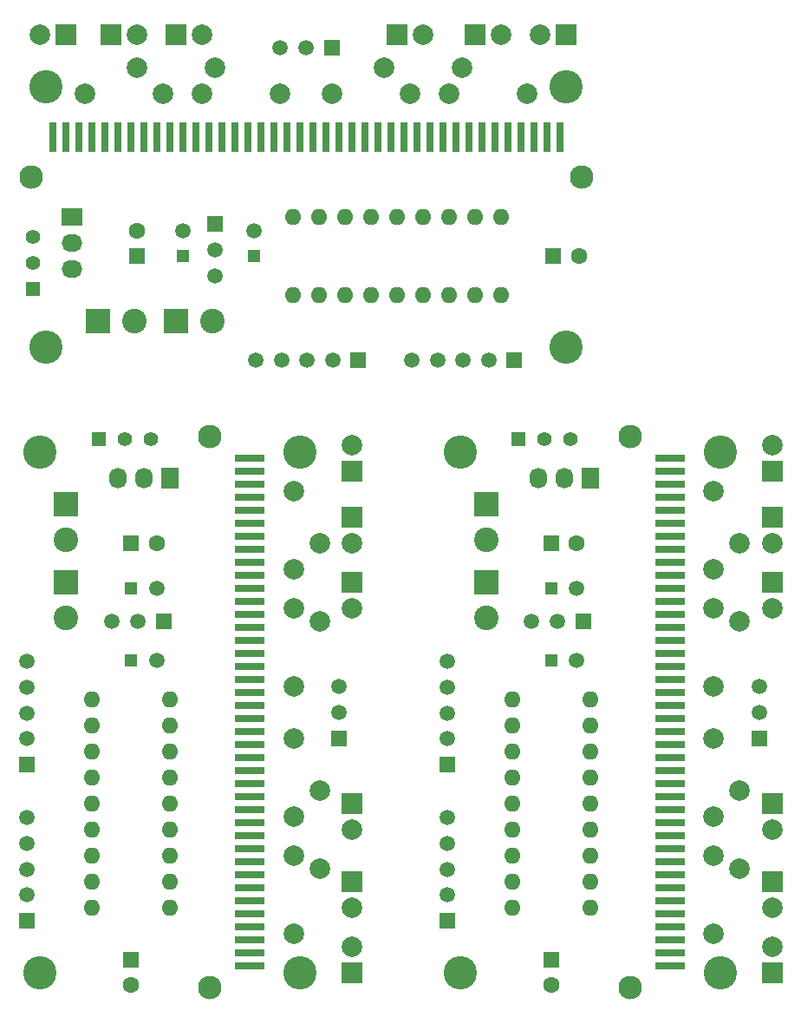
<source format=gts>
%MOIN*%
%OFA0B0*%
%FSLAX46Y46*%
%IPPOS*%
%LPD*%
%ADD10C,0.0039370078740157488*%
%ADD11C,0.07874015748031496*%
%ADD12R,0.07874015748031496X0.07874015748031496*%
%ADD13R,0.055000000000000007X0.055000000000000007*%
%ADD14C,0.055000000000000007*%
%ADD15C,0.12795275590551181*%
%ADD16R,0.062992125984251982X0.062992125984251982*%
%ADD17C,0.062992125984251982*%
%ADD18R,0.051181102362204731X0.051181102362204731*%
%ADD19C,0.059055118110236227*%
%ADD20O,0.062992125984251982X0.062992125984251982*%
%ADD21R,0.068X0.08*%
%ADD22O,0.068X0.08*%
%ADD23C,0.094488188976377951*%
%ADD24R,0.094488188976377951X0.094488188976377951*%
%ADD25C,0.059842519685039376*%
%ADD26R,0.059842519685039376X0.059842519685039376*%
%ADD27R,0.059055118110236227X0.059055118110236227*%
%ADD28C,0.0905511811023622*%
%ADD29R,0.1141732283464567X0.031496062992125991*%
%ADD40C,0.0039370078740157488*%
%ADD41C,0.07874015748031496*%
%ADD42R,0.07874015748031496X0.07874015748031496*%
%ADD43R,0.055000000000000007X0.055000000000000007*%
%ADD44C,0.055000000000000007*%
%ADD45C,0.12795275590551181*%
%ADD46R,0.062992125984251982X0.062992125984251982*%
%ADD47C,0.062992125984251982*%
%ADD48R,0.051181102362204731X0.051181102362204731*%
%ADD49C,0.059055118110236227*%
%ADD50O,0.062992125984251982X0.062992125984251982*%
%ADD51R,0.08X0.068*%
%ADD52O,0.08X0.068*%
%ADD53C,0.094488188976377951*%
%ADD54R,0.094488188976377951X0.094488188976377951*%
%ADD55C,0.059842519685039376*%
%ADD56R,0.059842519685039376X0.059842519685039376*%
%ADD57R,0.059055118110236227X0.059055118110236227*%
%ADD58C,0.0905511811023622*%
%ADD59R,0.031496062992125991X0.1141732283464567*%
%ADD60C,0.0039370078740157488*%
%ADD61C,0.07874015748031496*%
%ADD62R,0.07874015748031496X0.07874015748031496*%
%ADD63R,0.055000000000000007X0.055000000000000007*%
%ADD64C,0.055000000000000007*%
%ADD65C,0.12795275590551181*%
%ADD66R,0.062992125984251982X0.062992125984251982*%
%ADD67C,0.062992125984251982*%
%ADD68R,0.051181102362204731X0.051181102362204731*%
%ADD69C,0.059055118110236227*%
%ADD70O,0.062992125984251982X0.062992125984251982*%
%ADD71R,0.068X0.08*%
%ADD72O,0.068X0.08*%
%ADD73C,0.094488188976377951*%
%ADD74R,0.094488188976377951X0.094488188976377951*%
%ADD75C,0.059842519685039376*%
%ADD76R,0.059842519685039376X0.059842519685039376*%
%ADD77R,0.059055118110236227X0.059055118110236227*%
%ADD78C,0.0905511811023622*%
%ADD79R,0.1141732283464567X0.031496062992125991*%
G01*
D10*
D11*
X-0004799999Y0004650000D02*
X0001350000Y0000250000D03*
D12*
X0001350000Y0000150000D03*
D11*
X0001350000Y0002175000D03*
D12*
X0001350000Y0002075000D03*
D11*
X0001350000Y0001800000D03*
D12*
X0001350000Y0001900000D03*
D13*
X0000375000Y0002200000D03*
D14*
X0000475000Y0002200000D03*
X0000575000Y0002200000D03*
D15*
X0001150000Y0000150000D03*
D11*
X0001350000Y0000700000D03*
D12*
X0001350000Y0000800000D03*
D16*
X0000500000Y0001800000D03*
D17*
X0000598425Y0001800000D03*
D18*
X0000500000Y0001625000D03*
D19*
X0000598425Y0001625000D03*
D20*
X0000650000Y0000400000D03*
X0000650000Y0000500000D03*
X0000650000Y0000600000D03*
X0000650000Y0000700000D03*
X0000650000Y0000800000D03*
X0000650000Y0000900000D03*
X0000650000Y0001000000D03*
X0000650000Y0001100000D03*
X0000650000Y0001200000D03*
X0000350000Y0001200000D03*
X0000350000Y0001100000D03*
X0000350000Y0001000000D03*
X0000350000Y0000900000D03*
X0000350000Y0000800000D03*
X0000350000Y0000700000D03*
X0000350000Y0000600000D03*
X0000350000Y0000500000D03*
X0000350000Y0000400000D03*
D15*
X0000150000Y0000150000D03*
X0001150000Y0002150000D03*
X0000150000Y0002150000D03*
D17*
X0000500000Y0000101574D03*
D16*
X0000500000Y0000200000D03*
D21*
X0000650000Y0002050000D03*
D22*
X0000550000Y0002050000D03*
X0000450000Y0002050000D03*
D23*
X0000250000Y0001812204D03*
D24*
X0000250000Y0001950000D03*
D23*
X0000250000Y0001512204D03*
D24*
X0000250000Y0001650000D03*
D11*
X0001350000Y0001550000D03*
D12*
X0001350000Y0001650000D03*
D18*
X0000500000Y0001350000D03*
D19*
X0000598425Y0001350000D03*
D11*
X0001350000Y0000400000D03*
D12*
X0001350000Y0000500000D03*
D25*
X0000525000Y0001500000D03*
X0000425000Y0001500000D03*
D26*
X0000625000Y0001500000D03*
D27*
X0000100000Y0000350000D03*
D19*
X0000100000Y0000448425D03*
X0000100000Y0000546850D03*
X0000100000Y0000645275D03*
X0000100000Y0000743700D03*
D27*
X0000100000Y0000950000D03*
D19*
X0000100000Y0001048425D03*
X0000100000Y0001146850D03*
X0000100000Y0001245275D03*
X0000100000Y0001343700D03*
D25*
X0001300000Y0001150000D03*
X0001300000Y0001250000D03*
D26*
X0001300000Y0001050000D03*
D11*
X0001125000Y0000600000D03*
X0001125000Y0000300000D03*
X0001125000Y0002000000D03*
X0001125000Y0001700000D03*
X0001225000Y0001500000D03*
X0001225000Y0001800000D03*
X0001125000Y0000750000D03*
X0001125000Y0001050000D03*
X0001125000Y0001250000D03*
X0001125000Y0001550000D03*
X0001225000Y0000850000D03*
X0001225000Y0000550000D03*
D28*
X0000802755Y0002209055D03*
D29*
X0000956299Y0000175000D03*
X0000956299Y0000275000D03*
X0000956299Y0000375000D03*
X0000956299Y0000475000D03*
X0000956299Y0000575000D03*
X0000956299Y0000675000D03*
X0000956299Y0000775000D03*
X0000956299Y0000875000D03*
X0000956299Y0000975000D03*
X0000956299Y0001075000D03*
X0000956299Y0001175000D03*
X0000956299Y0001275000D03*
X0000956299Y0001375000D03*
X0000956299Y0001475000D03*
X0000956299Y0001575000D03*
X0000956299Y0001675000D03*
X0000956299Y0001775000D03*
X0000956299Y0001875000D03*
X0000956299Y0001975000D03*
X0000956299Y0002075000D03*
X0000956299Y0000225000D03*
X0000956299Y0000325000D03*
X0000956299Y0000425000D03*
X0000956299Y0000525000D03*
X0000956299Y0000625000D03*
X0000956299Y0000725000D03*
X0000956299Y0000825000D03*
X0000956299Y0000925000D03*
X0000956299Y0001025000D03*
X0000956299Y0001125000D03*
X0000956299Y0001225000D03*
X0000956299Y0001325000D03*
X0000956299Y0001425000D03*
X0000956299Y0001525000D03*
X0000956299Y0001625000D03*
X0000956299Y0001725000D03*
X0000956299Y0001825000D03*
X0000956299Y0001925000D03*
X0000956299Y0002025000D03*
X0000956299Y0002125000D03*
D28*
X0000802755Y0000090944D03*
G04 next file*
G04 #@! TF.FileFunction,Soldermask,Top*
G04 Gerber Fmt 4.6, Leading zero omitted, Abs format (unit mm)*
G04 Created by KiCad (PCBNEW 4.0.7) date 08/30/19 18:56:12*
G01*
G04 APERTURE LIST*
G04 APERTURE END LIST*
D40*
D41*
X-0002327165Y-0002398425D02*
X0002072834Y0003751574D03*
D42*
X0002172834Y0003751574D03*
D41*
X0000147834Y0003751574D03*
D42*
X0000247834Y0003751574D03*
D41*
X0000522834Y0003751574D03*
D42*
X0000422834Y0003751574D03*
D43*
X0000122834Y0002776574D03*
D44*
X0000122834Y0002876574D03*
X0000122834Y0002976574D03*
D45*
X0002172834Y0003551574D03*
D41*
X0001622834Y0003751574D03*
D42*
X0001522834Y0003751574D03*
D46*
X0000522834Y0002901574D03*
D47*
X0000522834Y0003000000D03*
D48*
X0000697834Y0002901574D03*
D49*
X0000697834Y0003000000D03*
D50*
X0001922834Y0003051574D03*
X0001822834Y0003051574D03*
X0001722834Y0003051574D03*
X0001622834Y0003051574D03*
X0001522834Y0003051574D03*
X0001422834Y0003051574D03*
X0001322834Y0003051574D03*
X0001222834Y0003051574D03*
X0001122834Y0003051574D03*
X0001122834Y0002751574D03*
X0001222834Y0002751574D03*
X0001322834Y0002751574D03*
X0001422834Y0002751574D03*
X0001522834Y0002751574D03*
X0001622834Y0002751574D03*
X0001722834Y0002751574D03*
X0001822834Y0002751574D03*
X0001922834Y0002751574D03*
D45*
X0002172834Y0002551574D03*
X0000172834Y0003551574D03*
X0000172834Y0002551574D03*
D47*
X0002221259Y0002901574D03*
D46*
X0002122834Y0002901574D03*
D51*
X0000272834Y0003051574D03*
D52*
X0000272834Y0002951574D03*
X0000272834Y0002851574D03*
D53*
X0000510629Y0002651574D03*
D54*
X0000372834Y0002651574D03*
D53*
X0000810629Y0002651574D03*
D54*
X0000672834Y0002651574D03*
D41*
X0000772834Y0003751574D03*
D42*
X0000672834Y0003751574D03*
D48*
X0000972834Y0002901574D03*
D49*
X0000972834Y0003000000D03*
D41*
X0001922834Y0003751574D03*
D42*
X0001822834Y0003751574D03*
D55*
X0000822834Y0002926574D03*
X0000822834Y0002826574D03*
D56*
X0000822834Y0003026574D03*
D57*
X0001972834Y0002501574D03*
D49*
X0001874409Y0002501574D03*
X0001775984Y0002501574D03*
X0001677559Y0002501574D03*
X0001579133Y0002501574D03*
D57*
X0001372834Y0002501574D03*
D49*
X0001274409Y0002501574D03*
X0001175984Y0002501574D03*
X0001077559Y0002501574D03*
X0000979133Y0002501574D03*
D55*
X0001172834Y0003701574D03*
X0001072834Y0003701574D03*
D56*
X0001272834Y0003701574D03*
D41*
X0001722834Y0003526574D03*
X0002022834Y0003526574D03*
X0000322834Y0003526574D03*
X0000622834Y0003526574D03*
X0000822834Y0003626574D03*
X0000522834Y0003626574D03*
X0001572834Y0003526574D03*
X0001272834Y0003526574D03*
X0001072834Y0003526574D03*
X0000772834Y0003526574D03*
X0001472834Y0003626574D03*
X0001772834Y0003626574D03*
D58*
X0000113779Y0003204330D03*
D59*
X0002147834Y0003357874D03*
X0002047834Y0003357874D03*
X0001947834Y0003357874D03*
X0001847834Y0003357874D03*
X0001747834Y0003357874D03*
X0001647834Y0003357874D03*
X0001547834Y0003357874D03*
X0001447834Y0003357874D03*
X0001347834Y0003357874D03*
X0001247834Y0003357874D03*
X0001147834Y0003357874D03*
X0001047834Y0003357874D03*
X0000947834Y0003357874D03*
X0000847834Y0003357874D03*
X0000747834Y0003357874D03*
X0000647834Y0003357874D03*
X0000547834Y0003357874D03*
X0000447834Y0003357874D03*
X0000347834Y0003357874D03*
X0000247834Y0003357874D03*
X0002097834Y0003357874D03*
X0001997834Y0003357874D03*
X0001897834Y0003357874D03*
X0001797834Y0003357874D03*
X0001697834Y0003357874D03*
X0001597834Y0003357874D03*
X0001497834Y0003357874D03*
X0001397834Y0003357874D03*
X0001297834Y0003357874D03*
X0001197834Y0003357874D03*
X0001097834Y0003357874D03*
X0000997834Y0003357874D03*
X0000897834Y0003357874D03*
X0000797834Y0003357874D03*
X0000697834Y0003357874D03*
X0000597834Y0003357874D03*
X0000497834Y0003357874D03*
X0000397834Y0003357874D03*
X0000297834Y0003357874D03*
X0000197834Y0003357874D03*
D58*
X0002231889Y0003204330D03*
G04 next file*
G04 #@! TF.FileFunction,Soldermask,Top*
G04 Gerber Fmt 4.6, Leading zero omitted, Abs format (unit mm)*
G04 Created by KiCad (PCBNEW 4.0.7) date 08/30/19 18:56:12*
G01*
G04 APERTURE LIST*
G04 APERTURE END LIST*
D60*
D61*
X-0003185826Y0004650000D02*
X0002964173Y0000250000D03*
D62*
X0002964173Y0000150000D03*
D61*
X0002964173Y0002175000D03*
D62*
X0002964173Y0002075000D03*
D61*
X0002964173Y0001800000D03*
D62*
X0002964173Y0001900000D03*
D63*
X0001989173Y0002200000D03*
D64*
X0002089173Y0002200000D03*
X0002189173Y0002200000D03*
D65*
X0002764173Y0000150000D03*
D61*
X0002964173Y0000700000D03*
D62*
X0002964173Y0000800000D03*
D66*
X0002114173Y0001800000D03*
D67*
X0002212598Y0001800000D03*
D68*
X0002114173Y0001625000D03*
D69*
X0002212598Y0001625000D03*
D70*
X0002264173Y0000400000D03*
X0002264173Y0000500000D03*
X0002264173Y0000600000D03*
X0002264173Y0000700000D03*
X0002264173Y0000800000D03*
X0002264173Y0000900000D03*
X0002264173Y0001000000D03*
X0002264173Y0001100000D03*
X0002264173Y0001200000D03*
X0001964173Y0001200000D03*
X0001964173Y0001100000D03*
X0001964173Y0001000000D03*
X0001964173Y0000900000D03*
X0001964173Y0000800000D03*
X0001964173Y0000700000D03*
X0001964173Y0000600000D03*
X0001964173Y0000500000D03*
X0001964173Y0000400000D03*
D65*
X0001764173Y0000150000D03*
X0002764173Y0002150000D03*
X0001764173Y0002150000D03*
D67*
X0002114173Y0000101574D03*
D66*
X0002114173Y0000200000D03*
D71*
X0002264173Y0002050000D03*
D72*
X0002164173Y0002050000D03*
X0002064173Y0002050000D03*
D73*
X0001864173Y0001812204D03*
D74*
X0001864173Y0001950000D03*
D73*
X0001864173Y0001512204D03*
D74*
X0001864173Y0001650000D03*
D61*
X0002964173Y0001550000D03*
D62*
X0002964173Y0001650000D03*
D68*
X0002114173Y0001350000D03*
D69*
X0002212598Y0001350000D03*
D61*
X0002964173Y0000400000D03*
D62*
X0002964173Y0000500000D03*
D75*
X0002139173Y0001500000D03*
X0002039173Y0001500000D03*
D76*
X0002239173Y0001500000D03*
D77*
X0001714173Y0000350000D03*
D69*
X0001714173Y0000448425D03*
X0001714173Y0000546850D03*
X0001714173Y0000645275D03*
X0001714173Y0000743700D03*
D77*
X0001714173Y0000950000D03*
D69*
X0001714173Y0001048425D03*
X0001714173Y0001146850D03*
X0001714173Y0001245275D03*
X0001714173Y0001343700D03*
D75*
X0002914173Y0001150000D03*
X0002914173Y0001250000D03*
D76*
X0002914173Y0001050000D03*
D61*
X0002739173Y0000600000D03*
X0002739173Y0000300000D03*
X0002739173Y0002000000D03*
X0002739173Y0001700000D03*
X0002839173Y0001500000D03*
X0002839173Y0001800000D03*
X0002739173Y0000750000D03*
X0002739173Y0001050000D03*
X0002739173Y0001250000D03*
X0002739173Y0001550000D03*
X0002839173Y0000850000D03*
X0002839173Y0000550000D03*
D78*
X0002416929Y0002209055D03*
D79*
X0002570472Y0000175000D03*
X0002570472Y0000275000D03*
X0002570472Y0000375000D03*
X0002570472Y0000475000D03*
X0002570472Y0000575000D03*
X0002570472Y0000675000D03*
X0002570472Y0000775000D03*
X0002570472Y0000875000D03*
X0002570472Y0000975000D03*
X0002570472Y0001075000D03*
X0002570472Y0001175000D03*
X0002570472Y0001275000D03*
X0002570472Y0001375000D03*
X0002570472Y0001475000D03*
X0002570472Y0001575000D03*
X0002570472Y0001675000D03*
X0002570472Y0001775000D03*
X0002570472Y0001875000D03*
X0002570472Y0001975000D03*
X0002570472Y0002075000D03*
X0002570472Y0000225000D03*
X0002570472Y0000325000D03*
X0002570472Y0000425000D03*
X0002570472Y0000525000D03*
X0002570472Y0000625000D03*
X0002570472Y0000725000D03*
X0002570472Y0000825000D03*
X0002570472Y0000925000D03*
X0002570472Y0001025000D03*
X0002570472Y0001125000D03*
X0002570472Y0001225000D03*
X0002570472Y0001325000D03*
X0002570472Y0001425000D03*
X0002570472Y0001525000D03*
X0002570472Y0001625000D03*
X0002570472Y0001725000D03*
X0002570472Y0001825000D03*
X0002570472Y0001925000D03*
X0002570472Y0002025000D03*
X0002570472Y0002125000D03*
D78*
X0002416929Y0000090944D03*
M02*
</source>
